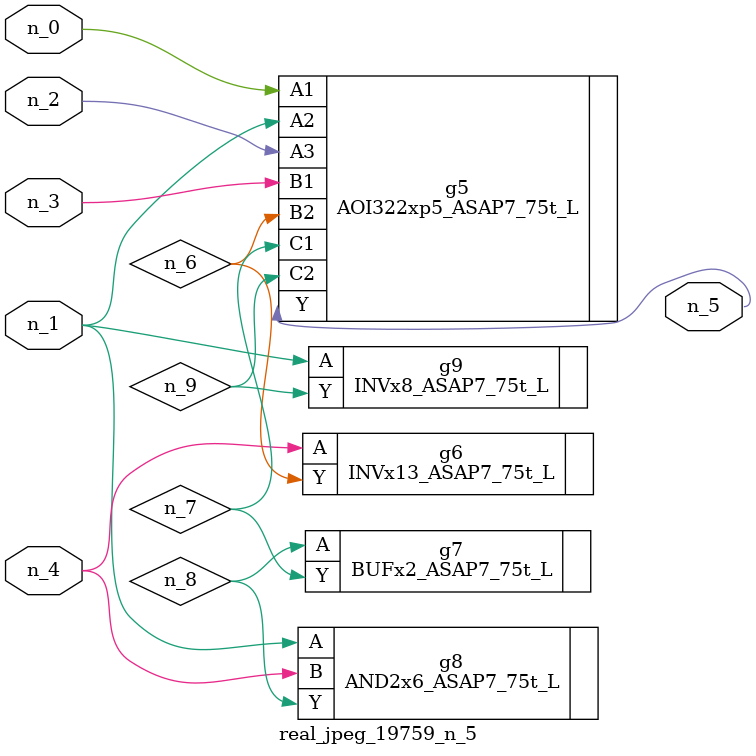
<source format=v>
module real_jpeg_19759_n_5 (n_4, n_0, n_1, n_2, n_3, n_5);

input n_4;
input n_0;
input n_1;
input n_2;
input n_3;

output n_5;

wire n_8;
wire n_6;
wire n_7;
wire n_9;

AOI322xp5_ASAP7_75t_L g5 ( 
.A1(n_0),
.A2(n_1),
.A3(n_2),
.B1(n_3),
.B2(n_6),
.C1(n_7),
.C2(n_9),
.Y(n_5)
);

AND2x6_ASAP7_75t_L g8 ( 
.A(n_1),
.B(n_4),
.Y(n_8)
);

INVx8_ASAP7_75t_L g9 ( 
.A(n_1),
.Y(n_9)
);

INVx13_ASAP7_75t_L g6 ( 
.A(n_4),
.Y(n_6)
);

BUFx2_ASAP7_75t_L g7 ( 
.A(n_8),
.Y(n_7)
);


endmodule
</source>
